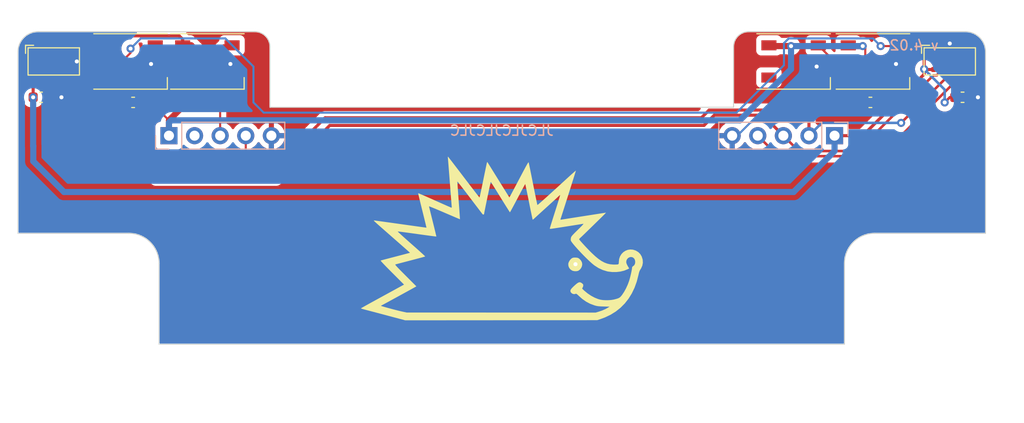
<source format=kicad_pcb>
(kicad_pcb (version 20221018) (generator pcbnew)
  (layers (0 "F.Cu" signal) (31 "B.Cu" signal) (34 "B.Paste" user) (35 "F.Paste" user) (36 "B.SilkS" user "B.Silkscreen") (37 "F.SilkS" user "F.Silkscreen") (38 "B.Mask" user) (39 "F.Mask" user) (44 "Edge.Cuts" user))
  (property "LICENSE" "MIT License")
  (net 0 "")
  (net 1 "+3V3")
  (net 2 "/SDA")
  (net 3 "/SCL")
  (net 4 "/I1")
  (net 5 "GNDREF")
  (net 6 "/I2")
  (net 7 "VCC")
  (net 8 "Net-(D1-DOUT)")
  (net 9 "Net-(D2-DOUT)")
  (net 10 "Net-(D3-DOUT)")
  (net 13 "/NPXL")
  (footprint "Capacitor_SMD:C_0603_1608Metric" (layer "F.Cu") (at 186.576 85.014)
    (fp_text reference "C4" hide)
    (fp_text value "100nF" hide)
    (fp_line (start -0.14058 -0.51) (end 0.14058 -0.51) (stroke (width 0.12)) (layer "F.SilkS"))
    (fp_line (start -0.14058 0.51) (end 0.14058 0.51) (stroke (width 0.12)) (layer "F.SilkS"))
    (pad "1" smd roundrect (at -0.775 0) (size 0.9 0.95) (layers "F.Cu" "F.Paste" "F.Mask") (net 7 "VCC"))
    (pad "2" smd roundrect (at 0.775 0) (size 0.9 0.95) (layers "F.Cu" "F.Paste" "F.Mask") (net 5 "GNDREF"))
  )
  (footprint "LED_SMD:LED_SK6812_PLCC4_5.0x5.0mm_P3.2mm" (layer "F.Cu") (at 120.79 80.95)
    (fp_text reference "D1" hide)
    (fp_text value "SK6812" hide)
    (fp_line (start -3.65 -2.75) (end 3.65 -2.75) (stroke (width 0.12)) (layer "F.SilkS"))
    (fp_line (start -3.65 2.75) (end 3.65 2.75) (stroke (width 0.12)) (layer "F.SilkS"))
    (fp_line (start 3.65 2.75) (end 3.65 1.6) (stroke (width 0.12)) (layer "F.SilkS"))
    (pad "1" smd rect (at 2.45 1.6) (size 1.5 1) (layers "F.Cu" "F.Paste" "F.Mask") (net 5 "GNDREF"))
    (pad "2" smd rect (at 2.45 -1.6) (size 1.5 1) (layers "F.Cu" "F.Paste" "F.Mask") (net 13 "/NPXL"))
    (pad "3" smd rect (at -2.45 -1.6) (size 1.5 1) (layers "F.Cu" "F.Paste" "F.Mask") (net 7 "VCC"))
    (pad "4" smd rect (at -2.45 1.6) (size 1.5 1) (layers "F.Cu" "F.Paste" "F.Mask") (net 8 "Net-(D1-DOUT)"))
  )
  (footprint "LED_SMD:LED_SK6812_PLCC4_5.0x5.0mm_P3.2mm" (layer "F.Cu") (at 186.83 80.95)
    (fp_text reference "D3" hide)
    (fp_text value "SK6812" hide)
    (fp_line (start -3.65 -2.75) (end 3.65 -2.75) (stroke (width 0.12)) (layer "F.SilkS"))
    (fp_line (start -3.65 2.75) (end 3.65 2.75) (stroke (width 0.12)) (layer "F.SilkS"))
    (fp_line (start 3.65 2.75) (end 3.65 1.6) (stroke (width 0.12)) (layer "F.SilkS"))
    (pad "1" smd rect (at 2.45 1.6) (size 1.5 1) (layers "F.Cu" "F.Paste" "F.Mask") (net 5 "GNDREF"))
    (pad "2" smd rect (at 2.45 -1.6) (size 1.5 1) (layers "F.Cu" "F.Paste" "F.Mask") (net 9 "Net-(D2-DOUT)"))
    (pad "3" smd rect (at -2.45 -1.6) (size 1.5 1) (layers "F.Cu" "F.Paste" "F.Mask") (net 7 "VCC"))
    (pad "4" smd rect (at -2.45 1.6) (size 1.5 1) (layers "F.Cu" "F.Paste" "F.Mask") (net 10 "Net-(D3-DOUT)"))
  )
  (footprint "Sensor_Distance:ST_VL53L1x" (layer "F.Cu") (at 194.45 80.95)
    (fp_text reference "U1" hide)
    (fp_text value "VL53L0X")
    (fp_line (start -2.8 -1.6) (end -2 -1.6) (stroke (width 0.12)) (layer "F.SilkS"))
    (fp_line (start -2.8 -0.8) (end -2.8 -1.6) (stroke (width 0.12)) (layer "F.SilkS"))
    (fp_line (start -2.55 -1.35) (end -2.55 1.35) (stroke (width 0.12)) (layer "F.SilkS"))
    (fp_line (start -2.55 1.35) (end 2.55 1.35) (stroke (width 0.12)) (layer "F.SilkS"))
    (fp_line (start 2.55 -1.35) (end -2.55 -1.35) (stroke (width 0.12)) (layer "F.SilkS"))
    (fp_line (start 2.55 1.35) (end 2.55 -1.35) (stroke (width 0.12)) (layer "F.SilkS"))
    (pad "1" smd roundrect (at -1.74 -0.675) (size 0.38 0.25) (layers "F.Cu" "F.Paste" "F.Mask") (net 1 "+3V3"))
    (pad "1" smd roundrect (at -1.6 -0.8) (size 0.5 0.5) (layers "F.Cu" "F.Paste" "F.Mask") (net 1 "+3V3"))
    (pad "2" smd roundrect (at -0.8 -0.8) (size 0.5 0.5) (layers "F.Cu" "F.Paste" "F.Mask") (net 5 "GNDREF"))
    (pad "3" smd roundrect (at 0 -0.8) (size 0.5 0.5) (layers "F.Cu" "F.Paste" "F.Mask") (net 5 "GNDREF"))
    (pad "4" smd roundrect (at 0.8 -0.8) (size 0.5 0.5) (layers "F.Cu" "F.Paste" "F.Mask") (net 5 "GNDREF"))
    (pad "5" smd roundrect (at 1.6 -0.8) (size 0.5 0.5) (layers "F.Cu" "F.Paste" "F.Mask") (net 4 "/I1"))
    (pad "6" smd roundrect (at 1.6 0) (size 0.5 0.5) (layers "F.Cu" "F.Paste" "F.Mask") (net 5 "GNDREF"))
    (pad "7" smd roundrect (at 1.6 0.8) (size 0.5 0.5) (layers "F.Cu" "F.Paste" "F.Mask"))
    (pad "8" smd roundrect (at 0.8 0.8) (size 0.5 0.5) (layers "F.Cu" "F.Paste" "F.Mask"))
    (pad "9" smd roundrect (at 0 0.8) (size 0.5 0.5) (layers "F.Cu" "F.Paste" "F.Mask") (net 2 "/SDA"))
    (pad "10" smd roundrect (at -0.8 0.8) (size 0.5 0.5) (layers "F.Cu" "F.Paste" "F.Mask") (net 3 "/SCL"))
    (pad "11" smd roundrect (at -1.6 0.8) (size 0.5 0.5) (layers "F.Cu" "F.Paste" "F.Mask") (net 1 "+3V3"))
    (pad "12" smd roundrect (at -1.6 0) (size 0.5 0.5) (layers "F.Cu" "F.Paste" "F.Mask") (net 5 "GNDREF"))
  )
  (footprint "Sensor_Distance:ST_VL53L1x" (layer "F.Cu") (at 105.55 80.95)
    (fp_text reference "U2" hide)
    (fp_text value "VL53L0X" hide)
    (fp_line (start -2.8 -1.6) (end -2 -1.6) (stroke (width 0.12)) (layer "F.SilkS"))
    (fp_line (start -2.8 -0.8) (end -2.8 -1.6) (stroke (width 0.12)) (layer "F.SilkS"))
    (fp_line (start -2.55 -1.35) (end -2.55 1.35) (stroke (width 0.12)) (layer "F.SilkS"))
    (fp_line (start -2.55 1.35) (end 2.55 1.35) (stroke (width 0.12)) (layer "F.SilkS"))
    (fp_line (start 2.55 -1.35) (end -2.55 -1.35) (stroke (width 0.12)) (layer "F.SilkS"))
    (fp_line (start 2.55 1.35) (end 2.55 -1.35) (stroke (width 0.12)) (layer "F.SilkS"))
    (pad "1" smd roundrect (at -1.74 -0.675) (size 0.38 0.25) (layers "F.Cu" "F.Paste" "F.Mask") (net 1 "+3V3"))
    (pad "1" smd roundrect (at -1.6 -0.8) (size 0.5 0.5) (layers "F.Cu" "F.Paste" "F.Mask") (net 1 "+3V3"))
    (pad "2" smd roundrect (at -0.8 -0.8) (size 0.5 0.5) (layers "F.Cu" "F.Paste" "F.Mask") (net 5 "GNDREF"))
    (pad "3" smd roundrect (at 0 -0.8) (size 0.5 0.5) (layers "F.Cu" "F.Paste" "F.Mask") (net 5 "GNDREF"))
    (pad "4" smd roundrect (at 0.8 -0.8) (size 0.5 0.5) (layers "F.Cu" "F.Paste" "F.Mask") (net 5 "GNDREF"))
    (pad "5" smd roundrect (at 1.6 -0.8) (size 0.5 0.5) (layers "F.Cu" "F.Paste" "F.Mask") (net 6 "/I2"))
    (pad "6" smd roundrect (at 1.6 0) (size 0.5 0.5) (layers "F.Cu" "F.Paste" "F.Mask") (net 5 "GNDREF"))
    (pad "7" smd roundrect (at 1.6 0.8) (size 0.5 0.5) (layers "F.Cu" "F.Paste" "F.Mask"))
    (pad "8" smd roundrect (at 0.8 0.8) (size 0.5 0.5) (layers "F.Cu" "F.Paste" "F.Mask"))
    (pad "9" smd roundrect (at 0 0.8) (size 0.5 0.5) (layers "F.Cu" "F.Paste" "F.Mask") (net 2 "/SDA"))
    (pad "10" smd roundrect (at -0.8 0.8) (size 0.5 0.5) (layers "F.Cu" "F.Paste" "F.Mask") (net 3 "/SCL"))
    (pad "11" smd roundrect (at -1.6 0.8) (size 0.5 0.5) (layers "F.Cu" "F.Paste" "F.Mask") (net 1 "+3V3"))
    (pad "12" smd roundrect (at -1.6 0) (size 0.5 0.5) (layers "F.Cu" "F.Paste" "F.Mask") (net 5 "GNDREF"))
  )
  (footprint "Capacitor_SMD:C_0603_1608Metric" (layer "F.Cu") (at 104.28 84.506)
    (fp_text reference "C2" hide)
    (fp_text value "100nF" hide)
    (fp_line (start -0.14058 -0.51) (end 0.14058 -0.51) (stroke (width 0.12)) (layer "F.SilkS"))
    (fp_line (start -0.14058 0.51) (end 0.14058 0.51) (stroke (width 0.12)) (layer "F.SilkS"))
    (pad "1" smd roundrect (at -0.775 0) (size 0.9 0.95) (layers "F.Cu" "F.Paste" "F.Mask") (net 1 "+3V3"))
    (pad "2" smd roundrect (at 0.775 0) (size 0.9 0.95) (layers "F.Cu" "F.Paste" "F.Mask") (net 5 "GNDREF"))
  )
  (footprint "shurik-personal:hedgehog3" (layer "F.Cu") (at 150 98.476)
    (fp_text reference "G***" hide)
    (fp_text value "hedgehog3" hide)
    (fp_poly (pts (xy 7.32899 1.934616) (xy 7.468539 1.946561) (xy 7.56602 1.971237) (xy 7.649335 2.017691) (xy 7.696852 2.053881) (xy 7.85305 2.215428) (xy 7.951659 2.397754) (xy 7.98651 2.589386) (xy 7.986516 2.592552) (xy 7.956361 2.788962) (xy 7.873915 2.973681) (xy 7.750487 3.129267) (xy 7.597384 3.238278) (xy 7.556409 3.255978) (xy 7.398667 3.288212) (xy 7.21553 3.28502) (xy 7.041023 3.248113) (xy 6.98793 3.227388) (xy 6.81652 3.113781) (xy 6.689149 2.956126) (xy 6.613801 2.769213) (xy 6.598458 2.567831) (xy 6.604813 2.517665) (xy 6.654081 2.369146) (xy 6.743881 2.214409) (xy 6.856639 2.078764) (xy 6.971862 1.989083) (xy 7.068902 1.949576) (xy 7.184073 1.933006)) (fill solid) (layer "F.SilkS"))
    (fp_poly (pts (xy -5.305469 -8.04882) (xy -5.240524 -7.967011) (xy -5.140045 -7.838314) (xy -5.007461 -7.66718) (xy -4.8462 -7.45806) (xy -4.659688 -7.215408) (xy -4.451355 -6.943674) (xy -4.224627 -6.647311) (xy -3.982933 -6.330771) (xy -3.764517 -6.044222) (xy -3.513043 -5.714412) (xy -3.273835 -5.401398) (xy -3.050284 -5.109576) (xy -2.845783 -4.843341) (xy -2.663726 -4.607089) (xy -2.507505 -4.405214) (xy -2.380512 -4.242114) (xy -2.286142 -4.122182) (xy -2.227786 -4.049814) (xy -2.208937 -4.028966) (xy -2.197844 -4.062156) (xy -2.17442 -4.157112) (xy -2.140176 -4.306912) (xy -2.096622 -4.504633) (xy -2.045268 -4.743352) (xy -1.987626 -5.016148) (xy -1.925205 -5.316098) (xy -1.878311 -5.544207) (xy -1.811316 -5.87121) (xy -1.746614 -6.186011) (xy -1.685987 -6.480016) (xy -1.631214 -6.744635) (xy -1.584078 -6.971275) (xy -1.546357 -7.151345) (xy -1.519833 -7.276252) (xy -1.510398 -7.319512) (xy -1.480498 -7.449885) (xy -1.459352 -7.52138) (xy -1.440765 -7.543575) (xy -1.418544 -7.526049) (xy -1.397125 -7.494684) (xy -1.36874 -7.449724) (xy -1.306947 -7.350885) (xy -1.215273 -7.203834) (xy -1.097241 -7.014236) (xy -0.956377 -6.787758) (xy -0.796206 -6.530068) (xy -0.620252 -6.246831) (xy -0.432041 -5.943714) (xy -0.298239 -5.728138) (xy -0.105435 -5.417507) (xy 0.076116 -5.125111) (xy 0.243091 -4.856296) (xy 0.392166 -4.616409) (xy 0.520017 -4.410795) (xy 0.623319 -4.244801) (xy 0.698748 -4.123773) (xy 0.742981 -4.053058) (xy 0.753656 -4.036285) (xy 0.762445 -4.046514) (xy 0.785571 -4.084738) (xy 0.824758 -4.154176) (xy 0.881727 -4.25805) (xy 0.9582 -4.399581) (xy 1.0559 -4.581991) (xy 1.176548 -4.8085) (xy 1.321867 -5.082329) (xy 1.493579 -5.4067) (xy 1.693405 -5.784834) (xy 1.923069 -6.219952) (xy 2.068866 -6.496368) (xy 2.226533 -6.793951) (xy 2.355266 -7.033522) (xy 2.457736 -7.21961) (xy 2.536611 -7.356741) (xy 2.594558 -7.449443) (xy 2.634248 -7.502243) (xy 2.658348 -7.519668) (xy 2.667749 -7.512368) (xy 2.679342 -7.466609) (xy 2.703176 -7.358293) (xy 2.737984 -7.193615) (xy 2.782496 -6.978773) (xy 2.835445 -6.719964) (xy 2.895563 -6.423384) (xy 2.961582 -6.095229) (xy 3.032235 -5.741698) (xy 3.104509 -5.377793) (xy 3.178211 -5.006954) (xy 3.24837 -4.656622) (xy 3.313742 -4.332831) (xy 3.373083 -4.041615) (xy 3.425149 -3.789008) (xy 3.468697 -3.581042) (xy 3.502484 -3.423751) (xy 3.525265 -3.32317) (xy 3.535785 -3.285345) (xy 3.561317 -3.298472) (xy 3.628122 -3.350451) (xy 3.737142 -3.442123) (xy 3.889314 -3.574331) (xy 4.085578 -3.747918) (xy 4.326875 -3.963726) (xy 4.614143 -4.222596) (xy 4.948321 -4.525373) (xy 5.33035 -4.872897) (xy 5.761169 -5.266011) (xy 6.241716 -5.705558) (xy 6.560207 -5.997334) (xy 6.756723 -6.176394) (xy 6.935637 -6.337361) (xy 7.090768 -6.474839) (xy 7.215936 -6.583431) (xy 7.304962 -6.65774) (xy 7.351667 -6.692368) (xy 7.357241 -6.693401) (xy 7.346925 -6.656537) (xy 7.317345 -6.559402) (xy 7.270558 -6.408471) (xy 7.208616 -6.210219) (xy 7.133574 -5.971124) (xy 7.047486 -5.697659) (xy 6.952407 -5.396302) (xy 6.850392 -5.073528) (xy 6.743494 -4.735812) (xy 6.633769 -4.389631) (xy 6.523269 -4.04146) (xy 6.41405 -3.697775) (xy 6.308167 -3.365052) (xy 6.207673 -3.049767) (xy 6.114622 -2.758395) (xy 6.03107 -2.497412) (xy 5.959071 -2.273294) (xy 5.900678 -2.092516) (xy 5.857946 -1.961556) (xy 5.832931 -1.886887) (xy 5.828715 -1.875183) (xy 5.821916 -1.837154) (xy 5.852247 -1.825366) (xy 5.934875 -1.834515) (xy 5.941831 -1.835614) (xy 6.136022 -1.866433) (xy 6.37299 -1.903869) (xy 6.645792 -1.946837) (xy 6.947487 -1.994253) (xy 7.271134 -2.045035) (xy 7.609791 -2.098097) (xy 7.956515 -2.152357) (xy 8.304365 -2.206731) (xy 8.6464 -2.260134) (xy 8.975677 -2.311484) (xy 9.285256 -2.359696) (xy 9.568193 -2.403686) (xy 9.817548 -2.442372) (xy 10.026378 -2.474668) (xy 10.187742 -2.499492) (xy 10.294698 -2.515759) (xy 10.340305 -2.522386) (xy 10.34138 -2.522483) (xy 10.324544 -2.499213) (xy 10.263663 -2.433703) (xy 10.165083 -2.332401) (xy 10.035148 -2.201756) (xy 9.880202 -2.048217) (xy 9.729568 -1.900621) (xy 9.508236 -1.68471) (xy 9.260089 -1.442459) (xy 9.0034 -1.191719) (xy 8.756445 -0.950343) (xy 8.537498 -0.736184) (xy 8.496024 -0.695591) (xy 8.321217 -0.525199) (xy 8.156604 -0.36609) (xy 8.010905 -0.226588) (xy 7.89284 -0.115016) (xy 7.81113 -0.039698) (xy 7.784719 -0.016637) (xy 7.715718 0.052068) (xy 7.680662 0.109998) (xy 7.679615 0.124254) (xy 7.707747 0.168722) (xy 7.777704 0.255384) (xy 7.882261 0.3764) (xy 8.014191 0.523928) (xy 8.166269 0.690127) (xy 8.331269 0.867156) (xy 8.501965 1.047173) (xy 8.671132 1.222336) (xy 8.831543 1.384805) (xy 8.939053 1.490974) (xy 9.279048 1.806955) (xy 9.593395 2.065139) (xy 9.889654 2.269427) (xy 10.175386 2.423723) (xy 10.458151 2.531927) (xy 10.745509 2.597943) (xy 11.045022 2.625673) (xy 11.140261 2.627108) (xy 11.330202 2.62627) (xy 11.4611 2.620175) (xy 11.543975 2.602488) (xy 11.589844 2.566875) (xy 11.609726 2.507002) (xy 11.61464 2.416534) (xy 11.614941 2.354225) (xy 11.647197 2.069297) (xy 11.736175 1.81241) (xy 11.874031 1.588762) (xy 12.052922 1.40355) (xy 12.265004 1.261971) (xy 12.502433 1.169224) (xy 12.757365 1.130507) (xy 13.021957 1.151015) (xy 13.288365 1.235949) (xy 13.296781 1.239765) (xy 13.545148 1.389057) (xy 13.741638 1.585192) (xy 13.885264 1.826843) (xy 13.975036 2.112685) (xy 13.984187 2.161558) (xy 13.999676 2.452779) (xy 13.946517 2.73592) (xy 13.826103 3.004802) (xy 13.776202 3.083034) (xy 13.70963 3.190359) (xy 13.658419 3.302061) (xy 13.615043 3.438586) (xy 13.571973 3.620375) (xy 13.563332 3.661103) (xy 13.394807 4.316922) (xy 13.173825 4.928749) (xy 12.901516 5.495242) (xy 12.579011 6.015057) (xy 12.207443 6.48685) (xy 11.787941 6.909278) (xy 11.321639 7.280997) (xy 10.809666 7.600664) (xy 10.253155 7.866936) (xy 9.913768 7.995227) (xy 9.476827 8.145517) (xy -0.052552 8.152255) (xy -9.581931 8.158994) (xy -11.351173 7.687902) (xy -11.707778 7.593047) (xy -12.057376 7.50024) (xy -12.391502 7.411716) (xy -12.701693 7.329709) (xy -12.979485 7.256454) (xy -13.216414 7.194184) (xy -13.404015 7.145136) (xy -13.533825 7.111542) (xy -13.549587 7.107516) (xy -13.711394 7.064657) (xy -13.8451 7.026091) (xy -13.937917 6.995741) (xy -13.977057 6.977527) (xy -13.977538 6.976283) (xy -13.947513 6.955507) (xy -13.862049 6.904747) (xy -13.727283 6.827451) (xy -13.549356 6.727066) (xy -13.542945 6.723486) (xy -11.98176 6.723486) (xy -11.949372 6.738858) (xy -11.858611 6.768763) (xy -11.719054 6.810612) (xy -11.540274 6.861822) (xy -11.331846 6.919806) (xy -11.103344 6.981979) (xy -10.864343 7.045754) (xy -10.624418 7.108547) (xy -10.393143 7.16777) (xy -10.180092 7.22084) (xy -9.99484 7.26517) (xy -9.879725 7.291165) (xy -9.441793 7.386348) (xy -0.06523 7.389312) (xy 9.311334 7.392276) (xy 9.604287 7.307273) (xy 9.958858 7.187003) (xy 10.289793 7.041194) (xy 10.524444 6.911025) (xy 10.694808 6.804988) (xy 10.103335 6.788209) (xy 9.868811 6.780207) (xy 9.687664 6.769984) (xy 9.543202 6.755506) (xy 9.418733 6.734742) (xy 9.297565 6.705659) (xy 9.203967 6.678721) (xy 8.770951 6.519175) (xy 8.370193 6.308771) (xy 7.990299 6.040705) (xy 7.685019 5.771802) (xy 7.557594 5.651585) (xy 7.468607 5.574548) (xy 7.40758 5.533701) (xy 7.364035 5.522055) (xy 7.327493 5.532621) (xy 7.326915 5.532929) (xy 7.201436 5.563808) (xy 7.064976 5.541863) (xy 6.939768 5.475966) (xy 6.848045 5.374988) (xy 6.82834 5.333984) (xy 6.808728 5.25244) (xy 6.818382 5.171599) (xy 6.862957 5.082142) (xy 6.948107 4.974751) (xy 7.079486 4.840108) (xy 7.193121 4.732849) (xy 7.372712 4.572738) (xy 7.516316 4.462539) (xy 7.634049 4.399397) (xy 7.736024 4.380458) (xy 7.832356 4.402866) (xy 7.933159 4.463766) (xy 7.988931 4.508207) (xy 8.060642 4.577935) (xy 8.087207 4.643282) (xy 8.082278 4.737982) (xy 8.082187 4.738661) (xy 8.055704 4.844863) (xy 8.014334 4.92898) (xy 8.006748 4.938349) (xy 7.983254 4.971119) (xy 7.983118 5.004865) (xy 8.013785 5.051109) (xy 8.082699 5.121375) (xy 8.18771 5.218445) (xy 8.514528 5.487305) (xy 8.862526 5.720738) (xy 9.218045 5.911166) (xy 9.56743 6.051013) (xy 9.804836 6.115563) (xy 10.037727 6.149359) (xy 10.310564 6.164462) (xy 10.596975 6.161244) (xy 10.870589 6.140076) (xy 11.105034 6.101332) (xy 11.123448 6.096963) (xy 11.33986 6.041845) (xy 11.502115 5.992528) (xy 11.624687 5.94069) (xy 11.72205 5.87801) (xy 11.80868 5.796167) (xy 11.89905 5.68684) (xy 11.946977 5.623537) (xy 12.144756 5.326021) (xy 12.333755 4.979524) (xy 12.503368 4.60511) (xy 12.62652 4.274207) (xy 12.677709 4.107274) (xy 12.731809 3.908392) (xy 12.78538 3.692896) (xy 12.834984 3.476125) (xy 12.877183 3.273416) (xy 12.908538 3.100106) (xy 12.925611 2.971533) (xy 12.927724 2.930636) (xy 12.952043 2.847668) (xy 13.032234 2.785548) (xy 13.149783 2.686745) (xy 13.220757 2.538367) (xy 13.242903 2.357809) (xy 13.214895 2.173748) (xy 13.135471 2.024704) (xy 13.011069 1.921691) (xy 12.979213 1.906678) (xy 12.823041 1.875059) (xy 12.672136 1.902704) (xy 12.537925 1.979077) (xy 12.431837 2.093644) (xy 12.3653 2.23587) (xy 12.349743 2.39522) (xy 12.363592 2.474154) (xy 12.402145 2.578683) (xy 12.464375 2.709567) (xy 12.521777 2.812757) (xy 12.642987 3.014046) (xy 12.478803 3.097102) (xy 12.14657 3.231296) (xy 11.773665 3.322648) (xy 11.376035 3.369593) (xy 10.969632 3.370565) (xy 10.570403 3.323996) (xy 10.440275 3.297317) (xy 10.009692 3.164575) (xy 9.591674 2.969313) (xy 9.201666 2.719019) (xy 9.122477 2.658356) (xy 8.95457 2.518674) (xy 8.763383 2.347783) (xy 8.554963 2.152128) (xy 8.335357 1.938154) (xy 8.11061 1.712305) (xy 7.88677 1.481028) (xy 7.669881 1.250767) (xy 7.465991 1.027968) (xy 7.281147 0.819074) (xy 7.121393 0.630533) (xy 6.992778 0.468788) (xy 6.901347 0.340285) (xy 6.853146 0.251468) (xy 6.848105 0.233992) (xy 6.843079 0.123889) (xy 6.857856 -0.004661) (xy 6.865324 -0.038215) (xy 6.882878 -0.091646) (xy 6.911974 -0.148039) (xy 6.9587 -0.214384) (xy 7.029143 -0.297671) (xy 7.129389 -0.40489) (xy 7.265527 -0.54303) (xy 7.443643 -0.719082) (xy 7.54259 -0.815934) (xy 7.752627 -1.023055) (xy 7.912276 -1.184938) (xy 8.023132 -1.303333) (xy 8.086789 -1.379987) (xy 8.104839 -1.41665) (xy 8.092965 -1.419884) (xy 8.038621 -1.410095) (xy 7.923876 -1.390992) (xy 7.75758 -1.363966) (xy 7.548579 -1.330406) (xy 7.305719 -1.291703) (xy 7.037849 -1.249246) (xy 6.753816 -1.204426) (xy 6.462466 -1.158633) (xy 6.172646 -1.113256) (xy 5.893205 -1.069685) (xy 5.632989 -1.029311) (xy 5.400845 -0.993523) (xy 5.205621 -0.963712) (xy 5.056164 -0.941267) (xy 4.96132 -0.927579) (xy 4.94862 -0.925875) (xy 4.837953 -0.915363) (xy 4.781601 -0.92226) (xy 4.76556 -0.948426) (xy 4.765563 -0.950176) (xy 4.776129 -0.992267) (xy 4.806091 -1.094415) (xy 4.853383 -1.249977) (xy 4.915939 -1.452309) (xy 4.991691 -1.694768) (xy 5.078573 -1.970711) (xy 5.174518 -2.273494) (xy 5.277459 -2.596473) (xy 5.287406 -2.627586) (xy 5.390351 -2.950728) (xy 5.485952 -3.253189) (xy 5.572216 -3.528499) (xy 5.647153 -3.770191) (xy 5.708773 -3.971797) (xy 5.755084 -4.12685) (xy 5.784096 -4.228882) (xy 5.793818 -4.271424) (xy 5.793616 -4.272204) (xy 5.763563 -4.256998) (xy 5.696805 -4.202853) (xy 5.606163 -4.120395) (xy 5.578325 -4.093754) (xy 5.50651 -4.025901) (xy 5.389914 -3.917707) (xy 5.235762 -3.775791) (xy 5.051278 -3.60677) (xy 4.843687 -3.417264) (xy 4.620212 -3.21389) (xy 4.388078 -3.003266) (xy 4.37931 -2.995323) (xy 4.149809 -2.787252) (xy 3.931054 -2.588586) (xy 3.729823 -2.405503) (xy 3.552893 -2.244186) (xy 3.407042 -2.110813) (xy 3.299049 -2.011565) (xy 3.23569 -1.952622) (xy 3.232665 -1.94975) (xy 3.150658 -1.877335) (xy 3.08935 -1.833693) (xy 3.065769 -1.82738) (xy 3.055444 -1.864392) (xy 3.032855 -1.963584) (xy 2.999371 -2.118409) (xy 2.956357 -2.322315) (xy 2.905181 -2.568754) (xy 2.847209 -2.851177) (xy 2.78381 -3.163033) (xy 2.716349 -3.497774) (xy 2.697655 -3.591034) (xy 2.62945 -3.930611) (xy 2.565109 -4.248912) (xy 2.505978 -4.539412) (xy 2.453405 -4.795588) (xy 2.408737 -5.010915) (xy 2.373323 -5.178869) (xy 2.34851 -5.292925) (xy 2.335645 -5.346559) (xy 2.334389 -5.349841) (xy 2.32712 -5.348374) (xy 2.312829 -5.33166) (xy 2.288981 -5.295045) (xy 2.253037 -5.233874) (xy 2.202462 -5.143491) (xy 2.134719 -5.019241) (xy 2.04727 -4.856468) (xy 1.93758 -4.650518) (xy 1.80311 -4.396736) (xy 1.641325 -4.090465) (xy 1.449688 -3.727051) (xy 1.438012 -3.704897) (xy 1.300408 -3.444924) (xy 1.172595 -3.205616) (xy 1.058309 -2.993806) (xy 0.96129 -2.816328) (xy 0.885273 -2.680016) (xy 0.833998 -2.591704) (xy 0.811201 -2.558225) (xy 0.810802 -2.558109) (xy 0.788558 -2.587145) (xy 0.733213 -2.670259) (xy 0.648329 -2.801817) (xy 0.537466 -2.976184) (xy 0.404184 -3.187725) (xy 0.252046 -3.430807) (xy 0.084611 -3.699795) (xy -0.09456 -3.989054) (xy -0.140138 -4.062854) (xy -0.32161 -4.356264) (xy -0.492143 -4.630835) (xy -0.648186 -4.880926) (xy -0.786185 -5.100901) (xy -0.90259 -5.28512) (xy -0.993847 -5.427944) (xy -1.056405 -5.523736) (xy -1.086712 -5.566857) (xy -1.088819 -5.568745) (xy -1.098961 -5.53608) (xy -1.121306 -5.442982) (xy -1.154131 -5.29769) (xy -1.195715 -5.108442) (xy -1.244336 -4.883478) (xy -1.298271 -4.631035) (xy -1.355798 -4.359353) (xy -1.415196 -4.07667) (xy -1.474741 -3.791225) (xy -1.532712 -3.511256) (xy -1.587387 -3.245003) (xy -1.637044 -3.000703) (xy -1.679959 -2.786595) (xy -1.714412 -2.610918) (xy -1.73868 -2.481911) (xy -1.751041 -2.407812) (xy -1.752267 -2.394852) (xy -1.778382 -2.347237) (xy -1.837289 -2.333763) (xy -1.897297 -2.361161) (xy -1.899607 -2.363562) (xy -1.928513 -2.39968) (xy -1.99584 -2.486527) (xy -2.09768 -2.618988) (xy -2.230127 -2.791951) (xy -2.389277 -3.000305) (xy -2.571221 -3.238935) (xy -2.772055 -3.502729) (xy -2.987873 -3.786574) (xy -3.170393 -4.026896) (xy -3.393859 -4.32064) (xy -3.604474 -4.596259) (xy -3.798493 -4.848936) (xy -3.972173 -5.073855) (xy -4.121772 -5.266201) (xy -4.243546 -5.421158) (xy -4.333752 -5.53391) (xy -4.388646 -5.599642) (xy -4.404743 -5.614961) (xy -4.403848 -5.575853) (xy -4.398191 -5.473411) (xy -4.388215 -5.314175) (xy -4.374363 -5.104687) (xy -4.357079 -4.851487) (xy -4.336806 -4.561116) (xy -4.313988 -4.240116) (xy -4.289066 -3.895026) (xy -4.277104 -3.731172) (xy -4.251358 -3.378038) (xy -4.22743 -3.04664) (xy -4.20577 -2.743424) (xy -4.186827 -2.474839) (xy -4.17105 -2.247331) (xy -4.15889 -2.067349) (xy -4.150794 -1.941339) (xy -4.147213 -1.875749) (xy -4.147214 -1.867631) (xy -4.179584 -1.879714) (xy -4.269994 -1.91695) (xy -4.412174 -1.976672) (xy -4.599853 -2.056215) (xy -4.82676 -2.152914) (xy -5.086627 -2.264102) (xy -5.373181 -2.387115) (xy -5.680153 -2.519286) (xy -5.68522 -2.521471) (xy -5.992029 -2.653106) (xy -6.278339 -2.774668) (xy -6.537924 -2.883603) (xy -6.764559 -2.977361) (xy -6.952018 -3.053389) (xy -7.094076 -3.109135) (xy -7.184506 -3.142047) (xy -7.217084 -3.149573) (xy -7.217104 -3.149417) (xy -7.20885 -3.109581) (xy -7.18525 -3.008898) (xy -7.148043 -2.854479) (xy -7.098969 -2.653429) (xy -7.039769 -2.412857) (xy -6.972182 -2.139872) (xy -6.897948 -1.84158) (xy -6.847947 -1.641447) (xy -6.770798 -1.331655) (xy -6.699706 -1.043368) (xy -6.636344 -0.783567) (xy -6.582381 -0.559235) (xy -6.539488 -0.377352) (xy -6.509333 -0.244901) (xy -6.493589 -0.168865) (xy -6.491874 -0.153) (xy -6.528024 -0.155248) (xy -6.6272 -0.166473) (xy -6.783049 -0.185837) (xy -6.989217 -0.212502) (xy -7.239353 -0.245632) (xy -7.527103 -0.284388) (xy -7.846114 -0.327932) (xy -8.190035 -0.375427) (xy -8.393372 -0.403749) (xy -8.749685 -0.45325) (xy -9.085574 -0.499375) (xy -9.394555 -0.541269) (xy -9.670147 -0.578081) (xy -9.905868 -0.608955) (xy -10.095233 -0.633039) (xy -10.231762 -0.64948) (xy -10.308972 -0.657424) (xy -10.323816 -0.657859) (xy -10.306346 -0.63368) (xy -10.24069 -0.567766) (xy -10.131521 -0.464381) (xy -9.98351 -0.327784) (xy -9.801333 -0.162237) (xy -9.589661 0.027999) (xy -9.353168 0.238663) (xy -9.096526 0.465492) (xy -8.968457 0.578069) (xy -8.703214 0.811603) (xy -8.455342 1.031362) (xy -8.229592 1.233029) (xy -8.030715 1.412287) (xy -7.863464 1.564816) (xy -7.732588 1.686299) (xy -7.64284 1.772419) (xy -7.598971 1.818857) (xy -7.595534 1.825731) (xy -7.633615 1.838859) (xy -7.732401 1.867575) (xy -7.884754 1.909943) (xy -8.083535 1.96403) (xy -8.321605 2.027902) (xy -8.591827 2.099625) (xy -8.887061 2.177265) (xy -9.056414 2.221501) (xy -9.364149 2.301752) (xy -9.6524 2.377035) (xy -9.913759 2.445405) (xy -10.140818 2.504921) (xy -10.326171 2.553639) (xy -10.462408 2.589617) (xy -10.542123 2.610911) (xy -10.558835 2.615553) (xy -10.566412 2.629244) (xy -10.551153 2.662159) (xy -10.509587 2.718061) (xy -10.438248 2.800716) (xy -10.333664 2.913888) (xy -10.192369 3.061342) (xy -10.010892 3.246841) (xy -9.785765 3.474152) (xy -9.547792 3.71276) (xy -8.470741 4.790231) (xy -8.658474 4.895981) (xy -8.771363 4.959054) (xy -8.929501 5.04666) (xy -9.125731 5.154891) (xy -9.352896 5.279836) (xy -9.60384 5.417584) (xy -9.871406 5.564226) (xy -10.148436 5.715852) (xy -10.427774 5.868551) (xy -10.702263 6.018414) (xy -10.964747 6.16153) (xy -11.208067 6.293989) (xy -11.425068 6.411881) (xy -11.608592 6.511296) (xy -11.751482 6.588323) (xy -11.846582 6.639053) (xy -11.885449 6.659018) (xy -11.953426 6.695991) (xy -11.98176 6.723449) (xy -11.98176 6.723486) (xy -13.542945 6.723486) (xy -13.334406 6.60704) (xy -13.088572 6.470821) (xy -12.817994 6.321855) (xy -12.584917 6.194225) (xy -12.262774 6.018211) (xy -11.929991 5.836335) (xy -11.597957 5.654824) (xy -11.278061 5.479905) (xy -10.98169 5.317806) (xy -10.720232 5.174754) (xy -10.505077 5.056976) (xy -10.445468 5.024328) (xy -9.697418 4.614552) (xy -10.881625 3.42996) (xy -11.195252 3.114828) (xy -11.458091 2.847687) (xy -11.670278 2.628393) (xy -11.831947 2.456804) (xy -11.943231 2.332779) (xy -12.004264 2.256175) (xy -12.015181 2.226849) (xy -12.015054 2.2268) (xy -11.96937 2.213553) (xy -11.864717 2.185066) (xy -11.709952 2.143693) (xy -11.513932 2.091784) (xy -11.285514 2.031692) (xy -11.033554 1.965769) (xy -10.948276 1.943533) (xy -10.667253 1.870249) (xy -10.385897 1.796755) (xy -10.117662 1.726573) (xy -9.876 1.663227) (xy -9.674362 1.610239) (xy -9.526202 1.571133) (xy -9.518665 1.569135) (xy -9.105053 1.459436) (xy -9.185837 1.382738) (xy -9.228564 1.344065) (xy -9.318233 1.264344) (xy -9.449058 1.148675) (xy -9.615252 1.002155) (xy -9.811027 0.829881) (xy -10.030599 0.636952) (xy -10.268179 0.428466) (xy -10.440276 0.277598) (xy -10.842303 -0.074707) (xy -11.194756 -0.383679) (xy -11.500762 -0.652158) (xy -11.763451 -0.882984) (xy -11.985949 -1.079) (xy -12.171387 -1.243044) (xy -12.322891 -1.377959) (xy -12.44359 -1.486584) (xy -12.536612 -1.571762) (xy -12.605086 -1.636332) (xy -12.652139 -1.683135) (xy -12.6809 -1.715013) (xy -12.694497 -1.734805) (xy -12.696059 -1.745353) (xy -12.688713 -1.749498) (xy -12.675588 -1.75008) (xy -12.673056 -1.75003) (xy -12.626336 -1.744965) (xy -12.51587 -1.730847) (xy -12.34729 -1.708449) (xy -12.126227 -1.678544) (xy -11.858312 -1.641905) (xy -11.549175 -1.599306) (xy -11.20445 -1.551519) (xy -10.829765 -1.499318) (xy -10.430753 -1.443475) (xy -10.03738 -1.388191) (xy -9.62274 -1.329891) (xy -9.228728 -1.274664) (xy -8.860778 -1.223261) (xy -8.524322 -1.176433) (xy -8.224794 -1.134931) (xy -7.967627 -1.099506) (xy -7.758254 -1.070908) (xy -7.602109 -1.049888) (xy -7.504624 -1.037198) (xy -7.471246 -1.033559) (xy -7.477753 -1.067576) (xy -7.499697 -1.163092) (xy -7.535502 -1.31363) (xy -7.583595 -1.512717) (xy -7.642403 -1.753877) (xy -7.710351 -2.030635) (xy -7.785866 -2.336516) (xy -7.867375 -2.665046) (xy -7.884044 -2.732039) (xy -7.966627 -3.065099) (xy -8.043465 -3.377492) (xy -8.112982 -3.662639) (xy -8.173603 -3.913958) (xy -8.223753 -4.12487) (xy -8.261858 -4.288794) (xy -8.286343 -4.39915) (xy -8.295634 -4.449357) (xy -8.295557 -4.451538) (xy -8.262679 -4.442793) (xy -8.172001 -4.407731) (xy -8.029553 -4.348943) (xy -7.841364 -4.269021) (xy -7.613461 -4.170554) (xy -7.351875 -4.056134) (xy -7.062633 -3.928352) (xy -6.751765 -3.7898) (xy -6.656552 -3.747133) (xy -6.339202 -3.605038) (xy -6.040808 -3.471995) (xy -5.767543 -3.350717) (xy -5.52558 -3.243917) (xy -5.321094 -3.154308) (xy -5.160257 -3.084604) (xy -5.049244 -3.037517) (xy -4.994228 -3.015762) (xy -4.989723 -3.01458) (xy -4.966093 -3.043084) (xy -4.963896 -3.10931) (xy -4.968573 -3.16025) (xy -4.978081 -3.274932) (xy -4.991938 -3.447235) (xy -5.009665 -3.671033) (xy -5.030783 -3.940202) (xy -5.054812 -4.24862) (xy -5.081271 -4.590161) (xy -5.109681 -4.958702) (xy -5.139562 -5.348119) (xy -5.149872 -5.482897) (xy -5.180368 -5.880479) (xy -5.209768 -6.261179) (xy -5.237567 -6.618615) (xy -5.26326 -6.946407) (xy -5.286339 -7.238172) (xy -5.306301 -7.487528) (xy -5.32264 -7.688094) (xy -5.334849 -7.833489) (xy -5.342423 -7.91733) (xy -5.343727 -7.929616) (xy -5.349787 -8.027155) (xy -5.341473 -8.077018) (xy -5.331453 -8.079287)) (fill solid) (layer "F.SilkS"))
  )
  (footprint "Capacitor_SMD:C_0603_1608Metric" (layer "F.Cu") (at 195.72 84.506)
    (fp_text reference "C1" hide)
    (fp_text value "100nF" hide)
    (fp_line (start -0.14058 -0.51) (end 0.14058 -0.51) (stroke (width 0.12)) (layer "F.SilkS"))
    (fp_line (start -0.14058 0.51) (end 0.14058 0.51) (stroke (width 0.12)) (layer "F.SilkS"))
    (pad "1" smd roundrect (at -0.775 0) (size 0.9 0.95) (layers "F.Cu" "F.Paste" "F.Mask") (net 1 "+3V3"))
    (pad "2" smd roundrect (at 0.775 0) (size 0.9 0.95) (layers "F.Cu" "F.Paste" "F.Mask") (net 5 "GNDREF"))
  )
  (footprint "Capacitor_SMD:C_0603_1608Metric" (layer "F.Cu") (at 113.424 85.014 180)
    (fp_text reference "C3" hide)
    (fp_text value "100nF" hide)
    (fp_line (start -0.14058 -0.51) (end 0.14058 -0.51) (stroke (width 0.12)) (layer "F.SilkS"))
    (fp_line (start -0.14058 0.51) (end 0.14058 0.51) (stroke (width 0.12)) (layer "F.SilkS"))
    (pad "1" smd roundrect (at -0.775 0 180) (size 0.9 0.95) (layers "F.Cu" "F.Paste" "F.Mask") (net 7 "VCC"))
    (pad "2" smd roundrect (at 0.775 0 180) (size 0.9 0.95) (layers "F.Cu" "F.Paste" "F.Mask") (net 5 "GNDREF"))
  )
  (footprint "LED_SMD:LED_SK6812_PLCC4_5.0x5.0mm_P3.2mm" (layer "F.Cu") (at 178.956 80.95)
    (fp_text reference "D4" hide)
    (fp_text value "SK6812" hide)
    (fp_line (start -3.65 -2.75) (end 3.65 -2.75) (stroke (width 0.12)) (layer "F.SilkS"))
    (fp_line (start -3.65 2.75) (end 3.65 2.75) (stroke (width 0.12)) (layer "F.SilkS"))
    (fp_line (start 3.65 2.75) (end 3.65 1.6) (stroke (width 0.12)) (layer "F.SilkS"))
    (pad "1" smd rect (at 2.45 1.6) (size 1.5 1) (layers "F.Cu" "F.Paste" "F.Mask") (net 5 "GNDREF"))
    (pad "2" smd rect (at 2.45 -1.6) (size 1.5 1) (layers "F.Cu" "F.Paste" "F.Mask") (net 10 "Net-(D3-DOUT)"))
    (pad "3" smd rect (at -2.45 -1.6) (size 1.5 1) (layers "F.Cu" "F.Paste" "F.Mask") (net 7 "VCC"))
    (pad "4" smd rect (at -2.45 1.6) (size 1.5 1) (layers "F.Cu" "F.Paste" "F.Mask"))
  )
  (footprint "LED_SMD:LED_SK6812_PLCC4_5.0x5.0mm_P3.2mm" (layer "F.Cu") (at 113.17 80.95)
    (fp_text reference "D2" hide)
    (fp_text value "SK6812" hide)
    (fp_line (start -3.65 -2.75) (end 3.65 -2.75) (stroke (width 0.12)) (layer "F.SilkS"))
    (fp_line (start -3.65 2.75) (end 3.65 2.75) (stroke (width 0.12)) (layer "F.SilkS"))
    (fp_line (start 3.65 2.75) (end 3.65 1.6) (stroke (width 0.12)) (layer "F.SilkS"))
    (pad "1" smd rect (at 2.45 1.6) (size 1.5 1) (layers "F.Cu" "F.Paste" "F.Mask") (net 5 "GNDREF"))
    (pad "2" smd rect (at 2.45 -1.6) (size 1.5 1) (layers "F.Cu" "F.Paste" "F.Mask") (net 8 "Net-(D1-DOUT)"))
    (pad "3" smd rect (at -2.45 -1.6) (size 1.5 1) (layers "F.Cu" "F.Paste" "F.Mask") (net 7 "VCC"))
    (pad "4" smd rect (at -2.45 1.6) (size 1.5 1) (layers "F.Cu" "F.Paste" "F.Mask") (net 9 "Net-(D2-DOUT)"))
  )
  (footprint "Connector_PinSocket_2.54mm:PinSocket_1x05_P2.54mm_Vertical" (layer "B.Cu") (at 183.02 88.316 90)
    (fp_text reference "J1" hide)
    (fp_text value "Conn_01x05" hide)
    (fp_line (start -1.33 -11.49) (end 1.33 -11.49) (stroke (width 0.12)) (layer "B.SilkS"))
    (fp_line (start -1.33 -1.27) (end -1.33 -11.49) (stroke (width 0.12)) (layer "B.SilkS"))
    (fp_line (start -1.33 -1.27) (end 1.33 -1.27) (stroke (width 0.12)) (layer "B.SilkS"))
    (fp_line (start 0 1.33) (end 1.33 1.33) (stroke (width 0.12)) (layer "B.SilkS"))
    (fp_line (start 1.33 -1.27) (end 1.33 -11.49) (stroke (width 0.12)) (layer "B.SilkS"))
    (fp_line (start 1.33 1.33) (end 1.33 0) (stroke (width 0.12)) (layer "B.SilkS"))
    (pad "1" thru_hole rect locked (at 0 0 90) (size 1.7 1.7) (drill 1) (layers "*.Cu" "*.Mask") (net 1 "+3V3"))
    (pad "2" thru_hole oval locked (at 0 -2.54 90) (size 1.7 1.7) (drill 1) (layers "*.Cu" "*.Mask") (net 2 "/SDA"))
    (pad "3" thru_hole oval locked (at 0 -5.08 90) (size 1.7 1.7) (drill 1) (layers "*.Cu" "*.Mask") (net 3 "/SCL"))
    (pad "4" thru_hole oval locked (at 0 -7.62 90) (size 1.7 1.7) (drill 1) (layers "*.Cu" "*.Mask") (net 4 "/I1"))
    (pad "5" thru_hole oval locked (at 0 -10.16 90) (size 1.7 1.7) (drill 1) (layers "*.Cu" "*.Mask") (net 5 "GNDREF"))
  )
  (footprint "Connector_PinSocket_2.54mm:PinSocket_1x05_P2.54mm_Vertical" (layer "B.Cu") (at 116.98 88.316 -90)
    (fp_text reference "J2" hide)
    (fp_text value "Conn_01x05" hide)
    (fp_line (start -1.33 -11.49) (end 1.33 -11.49) (stroke (width 0.12)) (layer "B.SilkS"))
    (fp_line (start -1.33 -1.27) (end -1.33 -11.49) (stroke (width 0.12)) (layer "B.SilkS"))
    (fp_line (start -1.33 -1.27) (end 1.33 -1.27) (stroke (width 0.12)) (layer "B.SilkS"))
    (fp_line (start 0 1.33) (end 1.33 1.33) (stroke (width 0.12)) (layer "B.SilkS"))
    (fp_line (start 1.33 -1.27) (end 1.33 -11.49) (stroke (width 0.12)) (layer "B.SilkS"))
    (fp_line (start 1.33 1.33) (end 1.33 0) (stroke (width 0.12)) (layer "B.SilkS"))
    (pad "1" thru_hole rect locked (at 0 0 270) (size 1.7 1.7) (drill 1) (layers "*.Cu" "*.Mask") (net 7 "VCC"))
    (pad "2" thru_hole oval locked (at 0 -2.54 270) (size 1.7 1.7) (drill 1) (layers "*.Cu" "*.Mask"))
    (pad "3" thru_hole oval locked (at 0 -5.08 270) (size 1.7 1.7) (drill 1) (layers "*.Cu" "*.Mask") (net 13 "/NPXL"))
    (pad "4" thru_hole oval locked (at 0 -7.62 270) (size 1.7 1.7) (drill 1) (layers "*.Cu" "*.Mask") (net 6 "/I2"))
    (pad "5" thru_hole oval locked (at 0 -10.16 270) (size 1.7 1.7) (drill 1) (layers "*.Cu" "*.Mask") (net 5 "GNDREF"))
  )
  (gr_line (start 104 78) (end 124 78) (stroke (width 0.1)) (layer "Edge.Cuts"))
  (gr_arc (start 102 80) (mid 102.585786 78.585786) (end 104 78) (stroke (width 0.1)) (layer "Edge.Cuts"))
  (gr_line (start 198 98) (end 198 80) (stroke (width 0.1)) (layer "Edge.Cuts"))
  (gr_arc (start 173 79.5) (mid 173.43934 78.43934) (end 174.5 78) (stroke (width 0.1)) (layer "Edge.Cuts"))
  (gr_line (start 116 109) (end 116 101) (stroke (width 0.1)) (layer "Edge.Cuts"))
  (gr_arc (start 125.5 78) (mid 126.56066 78.43934) (end 127 79.5) (stroke (width 0.1)) (layer "Edge.Cuts"))
  (gr_line (start 184 109) (end 116 109) (stroke (width 0.1)) (layer "Edge.Cuts"))
  (gr_line (start 176 78) (end 174.5 78) (stroke (width 0.1)) (layer "Edge.Cuts"))
  (gr_arc (start 184 101) (mid 184.87868 98.87868) (end 187 98) (stroke (width 0.1)) (layer "Edge.Cuts"))
  (gr_line (start 198 98) (end 187 98) (stroke (width 0.1)) (layer "Edge.Cuts"))
  (gr_line (start 173 79.5) (end 173 85.5) (stroke (width 0.1)) (layer "Edge.Cuts"))
  (gr_arc (start 113 98) (mid 115.12132 98.87868) (end 116 101) (stroke (width 0.1)) (layer "Edge.Cuts"))
  (gr_line (start 127 79.5) (end 127 85.5) (stroke (width 0.1)) (layer "Edge.Cuts"))
  (gr_line (start 125.5 78) (end 124 78) (stroke (width 0.1)) (layer "Edge.Cuts"))
  (gr_line (start 127 85.5) (end 173 85.5) (stroke (width 0.1)) (layer "Edge.Cuts"))
  (gr_line (start 176 78) (end 196 78) (stroke (width 0.1)) (layer "Edge.Cuts"))
  (gr_line (start 102 98) (end 102 80) (stroke (width 0.1)) (layer "Edge.Cuts"))
  (gr_arc (start 196 78) (mid 197.414214 78.585786) (end 198 80) (stroke (width 0.1)) (layer "Edge.Cuts"))
  (gr_line (start 113 98) (end 102 98) (stroke (width 0.1)) (layer "Edge.Cuts"))
  (gr_line (start 184 101) (end 184 109) (stroke (width 0.1)) (layer "Edge.Cuts"))
  (gr_text "v 4.02" (at 193.434 79.934) (layer "B.SilkS") (effects (font (size 1 1)) (justify left bottom mirror)))
  (gr_text "JLCJLCJLCJLC" (at 150 87.808) (layer "B.SilkS") (effects (font (size 1 1)) (justify mirror)))
  (segment (start 103.81 80.275) (end 103.431 80.275) (width 0.3048) (layer "F.Cu") (net 1))
  (segment (start 192.331 80.275) (end 192.71 80.275) (width 0.3048) (layer "F.Cu") (net 1))
  (segment (start 192.85 81.75) (end 191.948 81.75) (width 0.3048) (layer "F.Cu") (net 1))
  (segment (start 191.91 82.22) (end 191.91 81.712) (width 0.3048) (layer "F.Cu") (net 1))
  (segment (start 194.458598 84.506) (end 193.946299 85.018299) (width 0.25) (layer "F.Cu") (net 1))
  (segment (start 191.91 80.696) (end 192.331 80.275) (width 0.3048) (layer "F.Cu") (net 1))
  (segment (start 103.264 81.712) (end 103.264 82.22) (width 0.3048) (layer "F.Cu") (net 1))
  (segment (start 191.948 81.75) (end 191.91 81.712) (width 0.3048) (layer "F.Cu") (net 1))
  (segment (start 185.814 88.316) (end 191.91 82.22) (width 0.3048) (layer "F.Cu") (net 1))
  (segment (start 103.431 80.275) (end 103.264 80.442) (width 0.3048) (layer "F.Cu") (net 1))
  (segment (start 103.302 81.75) (end 103.95 81.75) (width 0.3048) (layer "F.Cu") (net 1))
  (segment (start 103.264 81.712) (end 103.302 81.75) (width 0.2032) (layer "F.Cu") (net 1))
  (segment (start 103.505 82.461) (end 103.505 84.506) (width 0.3048) (layer "F.Cu") (net 1))
  (segment (start 191.91 81.712) (end 191.91 80.696) (width 0.3048) (layer "F.Cu") (net 1))
  (segment (start 194.945 84.506) (end 194.458598 84.506) (width 0.25) (layer "F.Cu") (net 1))
  (segment (start 103.264 82.22) (end 103.505 82.461) (width 0.3048) (layer "F.Cu") (net 1))
  (segment (start 183.02 88.316) (end 185.814 88.316) (width 0.3048) (layer "F.Cu") (net 1))
  (segment (start 103.264 80.442) (end 103.264 81.712) (width 0.3048) (layer "F.Cu") (net 1))
  (via (at 191.91 81.712) (size 0.8) (drill 0.4) (layers "F.Cu" "B.Cu") (net 1))
  (via (at 193.946299 85.018299) (size 0.8) (drill 0.4) (layers "F.Cu" "B.Cu") (net 1))
  (via (at 103.505 84.506) (size 0.8) (drill 0.4) (layers "F.Cu" "B.Cu") (net 1))
  (segment (start 106.566 93.904) (end 178.956 93.904) (width 0.6096) (layer "B.Cu") (net 1))
  (segment (start 178.956 93.904) (end 183.02 89.84) (width 0.6096) (layer "B.Cu") (net 1))
  (segment (start 193.946299 83.748299) (end 191.91 81.712) (width 0.25) (layer "B.Cu") (net 1))
  (segment (start 103.505 89.332) (end 103.518 89.345) (width 0.6096) (layer "B.Cu") (net 1))
  (segment (start 103.518 90.856) (end 106.566 93.904) (width 0.6096) (layer "B.Cu") (net 1))
  (segment (start 193.946299 85.018299) (end 193.946299 83.748299) (width 0.25) (layer "B.Cu") (net 1))
  (segment (start 183.02 89.84) (end 183.02 88.316) (width 0.6096) (layer "B.Cu") (net 1))
  (segment (start 103.505 84.506) (end 103.505 89.332) (width 0.6096) (layer "B.Cu") (net 1))
  (segment (start 103.505 87.033) (end 103.505 84.506) (width 0.3048) (layer "B.Cu") (net 1))
  (segment (start 103.518 89.345) (end 103.518 90.856) (width 0.6096) (layer "B.Cu") (net 1))
  (segment (start 103.518 87.046) (end 103.505 87.033) (width 0.3048) (layer "B.Cu") (net 1))
  (segment (start 189.624 87.046) (end 194.45 82.22) (width 0.25) (layer "F.Cu") (net 2))
  (segment (start 170.574 85.776) (end 169.812 86.538) (width 0.3048) (layer "F.Cu") (net 2))
  (segment (start 180.48 86.792) (end 179.464 85.776) (width 0.3048) (layer "F.Cu") (net 2))
  (segment (start 179.464 85.776) (end 170.574 85.776) (width 0.3048) (layer "F.Cu") (net 2))
  (segment (start 106.312 82.982) (end 105.55 82.22) (width 0.3048) (layer "F.Cu") (net 2))
  (segment (start 169.812 86.538) (end 132.474 86.538) (width 0.3048) (layer "F.Cu") (net 2))
  (segment (start 194.45 82.22) (end 194.45 81.75) (width 0.25) (layer "F.Cu") (net 2))
  (segment (start 127.14 91.872) (end 115.829948 91.872) (width 0.3048) (layer "F.Cu") (net 2))
  (segment (start 105.55 82.22) (end 105.55 81.75) (width 0.3048) (layer "F.Cu") (net 2))
  (segment (start 115.829948 91.872) (end 106.939948 82.982) (width 0.3048) (layer "F.Cu") (net 2))
  (segment (start 180.48 88.316) (end 180.48 86.792) (width 0.3048) (layer "F.Cu") (net 2))
  (segment (start 132.474 86.538) (end 127.14 91.872) (width 0.3048) (layer "F.Cu") (net 2))
  (segment (start 106.939948 82.982) (end 106.312 82.982) (width 0.3048) (layer "F.Cu") (net 2))
  (via (at 189.624 87.046) (size 0.8) (drill 0.4) (layers "F.Cu" "B.Cu") (net 2))
  (segment (start 181.75 87.046) (end 180.48 88.316) (width 0.25) (layer "B.Cu") (net 2))
  (segment (start 189.624 87.046) (end 181.75 87.046) (width 0.25) (layer "B.Cu") (net 2))
  (segment (start 175.908 86.284) (end 177.94 88.316) (width 0.3048) (layer "F.Cu") (net 3))
  (segment (start 185.306 89.84) (end 192.821 82.325) (width 0.25) (layer "F.Cu") (net 3))
  (segment (start 132.933896 87.3) (end 170.066 87.3) (width 0.3048) (layer "F.Cu") (net 3))
  (segment (start 115.7068 92.6308) (end 127.603096 92.6308) (width 0.3048) (layer "F.Cu") (net 3))
  (segment (start 171.082 86.284) (end 175.908 86.284) (width 0.3048) (layer "F.Cu") (net 3))
  (segment (start 127.603096 92.6308) (end 132.933896 87.3) (width 0.3048) (layer "F.Cu") (net 3))
  (segment (start 193.161396 82.325) (end 193.65 81.836396) (width 0.25) (layer "F.Cu") (net 3))
  (segment (start 106.566 83.49) (end 115.7068 92.6308) (width 0.3048) (layer "F.Cu") (net 3))
  (segment (start 192.821 82.325) (end 193.161396 82.325) (width 0.25) (layer "F.Cu") (net 3))
  (segment (start 104.75 82.182) (end 106.058 83.49) (width 0.3048) (layer "F.Cu") (net 3))
  (segment (start 104.75 81.75) (end 104.75 82.182) (width 0.3048) (layer "F.Cu") (net 3))
  (segment (start 170.066 87.3) (end 171.082 86.284) (width 0.3048) (layer "F.Cu") (net 3))
  (segment (start 177.94 88.316) (end 179.464 89.84) (width 0.25) (layer "F.Cu") (net 3))
  (segment (start 179.464 89.84) (end 185.306 89.84) (width 0.25) (layer "F.Cu") (net 3))
  (segment (start 106.058 83.49) (end 106.566 83.49) (width 0.3048) (layer "F.Cu") (net 3))
  (segment (start 197.244 82.22) (end 197.244 80.95) (width 0.25) (layer "F.Cu") (net 4))
  (segment (start 196.011 83.453) (end 197.244 82.22) (width 0.25) (layer "F.Cu") (net 4))
  (segment (start 175.4 88.316) (end 177.432 90.348) (width 0.25) (layer "F.Cu") (net 4))
  (segment (start 197.244 80.95) (end 196.444 80.15) (width 0.25) (layer "F.Cu") (net 4))
  (segment (start 187.592 90.348) (end 194.487 83.453) (width 0.25) (layer "F.Cu") (net 4))
  (segment (start 177.432 90.348) (end 187.592 90.348) (width 0.25) (layer "F.Cu") (net 4))
  (segment (start 196.444 80.15) (end 196.05 80.15) (width 0.25) (layer "F.Cu") (net 4))
  (segment (start 194.487 83.453) (end 196.011 83.453) (width 0.25) (layer "F.Cu") (net 4))
  (segment (start 104.75 80.734) (end 104.75 80.15) (width 0.2032) (layer "F.Cu") (net 5))
  (segment (start 193.65 80.15) (end 193.65 80.912) (width 0.3048) (layer "F.Cu") (net 5))
  (segment (start 106.566 80.95) (end 107.15 80.95) (width 0.2032) (layer "F.Cu") (net 5))
  (segment (start 194.45 80.15) (end 194.45 80.95) (width 0.3048) (layer "F.Cu") (net 5))
  (segment (start 107.836 80.95) (end 107.15 80.95) (width 0.2032) (layer "F.Cu") (net 5))
  (segment (start 112.649 83.503) (end 113.602 82.55) (width 0.2032) (layer "F.Cu") (net 5))
  (segment (start 106.35 80.734) (end 106.566 80.95) (width 0.2032) (layer "F.Cu") (net 5))
  (segment (start 112.649 85.014) (end 112.649 83.503) (width 0.2032) (layer "F.Cu") (net 5))
  (segment (start 193.65 80.912) (end 193.688 80.95) (width 0.3048) (layer "F.Cu") (net 5))
  (segment (start 193.688 80.95) (end 194.45 80.95) (width 0.3048) (layer "F.Cu") (net 5))
  (segment (start 103.95 80.95) (end 104.534 80.95) (width 0.2032) (layer "F.Cu") (net 5))
  (segment (start 104.75 80.15) (end 106.35 80.15) (width 0.2032) (layer "F.Cu") (net 5))
  (segment (start 105.055 84.506) (end 106.312 84.506) (width 0.3048) (layer "F.Cu") (net 5))
  (segment (start 187.351 85.014) (end 187.351 83.223) (width 0.2032) (layer "F.Cu") (net 5))
  (segment (start 181.406 82.55) (end 181.406 81.622) (width 0.3048) (layer "F.Cu") (net 5))
  (segment (start 194.45 80.95) (end 195.212 80.95) (width 0.3048) (layer "F.Cu") (net 5))
  (segment (start 181.406 81.622) (end 181.242 81.458) (width 0.3048) (layer "F.Cu") (net 5))
  (segment (start 123.24 81.368) (end 123.076 81.204) (width 0.3048) (layer "F.Cu") (net 5))
  (segment (start 123.24 82.55) (end 123.24 81.368) (width 0.3048) (layer "F.Cu") (net 5))
  (segment (start 195.25 80.912) (end 195.212 80.95) (width 0.3048) (layer "F.Cu") (net 5))
  (segment (start 104.534 80.95) (end 104.75 80.734) (width 0.2032) (layer "F.Cu") (net 5))
  (segment (start 115.62 82.55) (end 115.62 81.622) (width 0.3048) (layer "F.Cu") (net 5))
  (segment (start 195.212 80.95) (end 196.05 80.95) (width 0.3048) (layer "F.Cu") (net 5))
  (segment (start 187.351 83.223) (end 188.024 82.55) (width 0.2032) (layer "F.Cu") (net 5))
  (segment (start 195.25 80.15) (end 195.25 80.912) (width 0.3048) (layer "F.Cu") (net 5))
  (segment (start 115.62 81.622) (end 115.202 81.204) (width 0.3048) (layer "F.Cu") (net 5))
  (segment (start 106.35 80.15) (end 106.35 80.734) (width 0.2032) (layer "F.Cu") (net 5))
  (segment (start 194.45 80.15) (end 194.45 79.172) (width 0.3048) (layer "F.Cu") (net 5))
  (segment (start 196.495 84.506) (end 197.244 84.506) (width 0.25) (layer "F.Cu") (net 5))
  (segment (start 189.28 81.368) (end 189.116 81.204) (width 0.3048) (layer "F.Cu") (net 5))
  (segment (start 189.28 82.55) (end 189.28 81.368) (width 0.3048) (layer "F.Cu") (net 5))
  (segment (start 113.602 82.55) (end 115.62 82.55) (width 0.2032) (layer "F.Cu") (net 5))
  (segment (start 192.85 80.95) (end 193.688 80.95) (width 0.3048) (layer "F.Cu") (net 5))
  (segment (start 188.024 82.55) (end 189.28 82.55) (width 0.2032) (layer "F.Cu") (net 5))
  (via (at 115.202 81.204) (size 0.8) (drill 0.4) (layers "F.Cu" "B.Cu") (net 5))
  (via (at 106.312 84.506) (size 0.8) (drill 0.4) (layers "F.Cu" "B.Cu") (net 5))
  (via (at 107.836 80.95) (size 0.8) (drill 0.4) (layers "F.Cu" "B.Cu") (net 5))
  (via (at 123.076 81.204) (size 0.8) (drill 0.4) (layers "F.Cu" "B.Cu") (net 5))
  (via (at 194.45 79.172) (size 0.8) (drill 0.4) (layers "F.Cu" "B.Cu") (net 5))
  (via (at 197.244 84.506) (size 0.8) (drill 0.4) (layers "F.Cu" "B.Cu") (net 5))
  (via (at 189.116 81.204) (size 0.8) (drill 0.4) (layers "F.Cu" "B.Cu") (net 5))
  (via (at 181.242 81.458) (size 0.8) (drill 0.4) (layers "F.Cu" "B.Cu") (net 5))
  (via (at 157.3152 101.0668) (size 0.8) (drill 0.4) (layers "F.Cu" "B.Cu") (net 5))
  (segment (start 180.226 81.458) (end 181.242 81.458) (width 0.2032) (layer "B.Cu") (net 5))
  (segment (start 173.368 88.316) (end 180.226 81.458) (width 0.2032) (layer "B.Cu") (net 5))
  (segment (start 172.86 88.316) (end 173.368 88.316) (width 0.2032) (layer "B.Cu") (net 5))
  (segment (start 116.472 91.11) (end 123.838 91.11) (width 0.2032) (layer "F.Cu") (net 6))
  (segment (start 123.838 91.11) (end 124.6 90.348) (width 0.2032) (layer "F.Cu") (net 6))
  (segment (start 108.598 80.442) (end 108.598 83.236) (width 0.2032) (layer "F.Cu") (net 6))
  (segment (start 108.306 80.15) (end 108.598 80.442) (width 0.2032) (layer "F.Cu") (net 6))
  (segment (start 124.6 90.348) (end 124.6 88.316) (width 0.2032) (layer "F.Cu") (net 6))
  (segment (start 107.15 80.15) (end 108.306 80.15) (width 0.2032) (layer "F.Cu") (net 6))
  (segment (start 108.598 83.236) (end 116.472 91.11) (width 0.2032) (layer "F.Cu") (net 6))
  (segment (start 120.536 80.696) (end 119.19 79.35) (width 0.6096) (layer "F.Cu") (net 7))
  (segment (start 186.068 83.998) (end 186.068 79.68) (width 0.2032) (layer "F.Cu") (net 7))
  (segment (start 186.068 79.68) (end 185.814 79.426) (width 0.2032) (layer "F.Cu") (net 7))
  (segment (start 117.996 78.41) (end 118.34 78.754) (width 0.3048) (layer "F.Cu") (net 7))
  (segment (start 185.801 85.014) (end 185.801 84.265) (width 0.2032) (layer "F.Cu") (net 7))
  (segment (start 118.34 78.754) (end 118.34 79.35) (width 0.3048) (layer "F.Cu") (net 7))
  (segment (start 119.19 79.35) (end 118.34 79.35) (width 0.6096) (layer "F.Cu") (net 7))
  (segment (start 178.702 79.426) (end 176.582 79.426) (width 0.6096) (layer "F.Cu") (net 7))
  (segment (start 114.199 85.014) (end 115.202 85.014) (width 0.2032) (layer "F.Cu") (net 7))
  (segment (start 116.98 86.792) (end 120.536 83.236) (width 0.6096) (layer "F.Cu") (net 7))
  (segment (start 185.814 79.426) (end 184.456 79.426) (width 0.6096) (layer "F.Cu") (net 7))
  (segment (start 120.536 83.236) (end 120.536 80.696) (width 0.6096) (layer "F.Cu") (net 7))
  (segment (start 111.392 78.41) (end 117.996 78.41) (width 0.3048) (layer "F.Cu") (net 7))
  (segment (start 185.801 84.265) (end 186.068 83.998) (width 0.2032) (layer "F.Cu") (net 7))
  (segment (start 116.98 88.316) (end 116.98 86.792) (width 0.6096) (layer "F.Cu") (net 7))
  (segment (start 110.72 79.082) (end 111.392 78.41) (width 0.3048) (layer "F.Cu") (net 7))
  (segment (start 115.202 85.014) (end 116.98 86.792) (width 0.2032) (layer "F.Cu") (net 7))
  (via (at 185.814 79.426) (size 0.8) (drill 0.4) (layers "F.Cu" "B.Cu") (net 7))
  (via (at 178.702 79.426) (size 0.8) (drill 0.4) (layers "F.Cu" "B.Cu") (net 7))
  (segment (start 178.702 79.426) (end 185.814 79.426) (width 0.6096) (layer "B.Cu") (net 7))
  (segment (start 116.98 87.02) (end 116.98 88.316) (width 0.6096) (layer "B.Cu") (net 7))
  (segment (start 178.702 81.712) (end 173.622 86.792) (width 0.6096) (layer "B.Cu") (net 7))
  (segment (start 117.208 86.792) (end 116.98 87.02) (width 0.6096) (layer "B.Cu") (net 7))
  (segment (start 178.702 79.426) (end 178.702 81.712) (width 0.6096) (layer "B.Cu") (net 7))
  (segment (start 173.622 86.792) (end 117.208 86.792) (width 0.6096) (layer "B.Cu") (net 7))
  (segment (start 118.34 82.07) (end 118.34 82.55) (width 0.2032) (layer "F.Cu") (net 8))
  (segment (start 115.62 79.35) (end 118.34 82.07) (width 0.2032) (layer "F.Cu") (net 8))
  (segment (start 113.17 80.1) (end 110.72 82.55) (width 0.2032) (layer "F.Cu") (net 9))
  (segment (start 113.17 79.68) (end 113.17 80.1) (width 0.2032) (layer "F.Cu") (net 9))
  (segment (start 187.592 79.426) (end 189.204 79.426) (width 0.2032) (layer "F.Cu") (net 9))
  (via (at 187.592 79.426) (size 0.8) (drill 0.4) (layers "F.Cu" "B.Cu") (net 9))
  (via (at 113.17 79.68) (size 0.8) (drill 0.4) (layers "F.Cu" "B.Cu") (net 9))
  (segment (start 178.471787 78.664) (end 186.83 78.664) (width 0.2032) (layer "B.Cu") (net 9))
  (segment (start 113.17 79.68) (end 114.186 78.664) (width 0.2032) (layer "B.Cu") (net 9))
  (segment (start 114.186 78.664) (end 122.568 78.664) (width 0.2032) (layer "B.Cu") (net 9))
  (segment (start 125.362 85.014) (end 126.378 86.03) (width 0.2032) (layer "B.Cu") (net 9))
  (segment (start 178.0004 79.135387) (end 178.471787 78.664) (width 0.2032) (layer "B.Cu") (net 9))
  (segment (start 173.292 86.03) (end 178.0004 81.3216) (width 0.2032) (layer "B.Cu") (net 9))
  (segment (start 178.0004 81.3216) (end 178.0004 79.135387) (width 0.2032) (layer "B.Cu") (net 9))
  (segment (start 186.83 78.664) (end 187.592 79.426) (width 0.2032) (layer "B.Cu") (net 9))
  (segment (start 122.568 78.664) (end 125.362 81.458) (width 0.2032) (layer "B.Cu") (net 9))
  (segment (start 126.378 86.03) (end 173.292 86.03) (width 0.2032) (layer "B.Cu") (net 9))
  (segment (start 125.362 81.458) (end 125.362 85.014) (width 0.2032) (layer "B.Cu") (net 9))
  (segment (start 181.406 79.35) (end 184.38 82.324) (width 0.2032) (layer "F.Cu") (net 10))
  (segment (start 122.06 88.316) (end 122.06 79.68) (width 0.2032) (layer "F.Cu") (net 13))
  (segment (start 122.39 79.35) (end 123.24 79.35) (width 0.2032) (layer "F.Cu") (net 13))
  (segment (start 122.06 79.68) (end 122.39 79.35) (width 0.2032) (layer "F.Cu") (net 13))
  (zone (net 5) (net_name "GNDREF") (layer "F.Cu") (priority 1) (connect_pads thru_hole_only (clearance 0.508)) (min_thickness 0.25) (fill yes (thermal_gap 0.5) (thermal_bridge_width 0.5))
    (polygon (pts (xy 100.216 74.854) (xy 199.022 74.854) (xy 199.022 110.16) (xy 100.216 111.684)))
  )
  (zone (net 5) (net_name "GNDREF") (layer "B.Cu") (connect_pads (clearance 0.508)) (min_thickness 0.254) (fill yes (thermal_gap 0.508) (thermal_bridge_width 0.508))
    (polygon (pts (xy 201.341067 116.58384) (xy 101.265067 116.83784) (xy 101.486 103.556) (xy 101.232 77.648) (xy 201.816 77.14)))
  )
)
</source>
